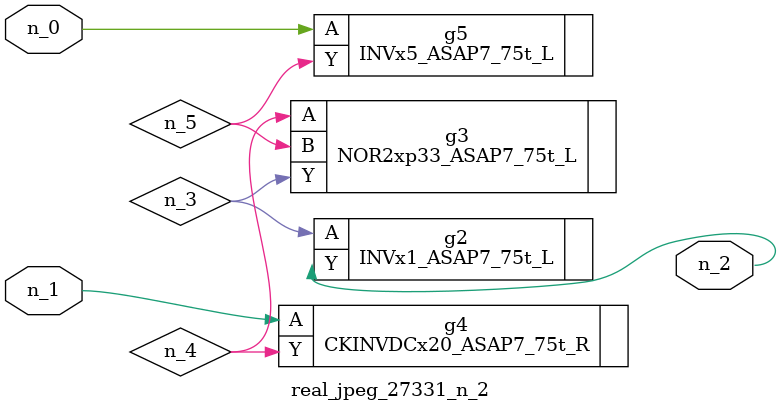
<source format=v>
module real_jpeg_27331_n_2 (n_1, n_0, n_2);

input n_1;
input n_0;

output n_2;

wire n_5;
wire n_4;
wire n_3;

INVx5_ASAP7_75t_L g5 ( 
.A(n_0),
.Y(n_5)
);

CKINVDCx20_ASAP7_75t_R g4 ( 
.A(n_1),
.Y(n_4)
);

INVx1_ASAP7_75t_L g2 ( 
.A(n_3),
.Y(n_2)
);

NOR2xp33_ASAP7_75t_L g3 ( 
.A(n_4),
.B(n_5),
.Y(n_3)
);


endmodule
</source>
